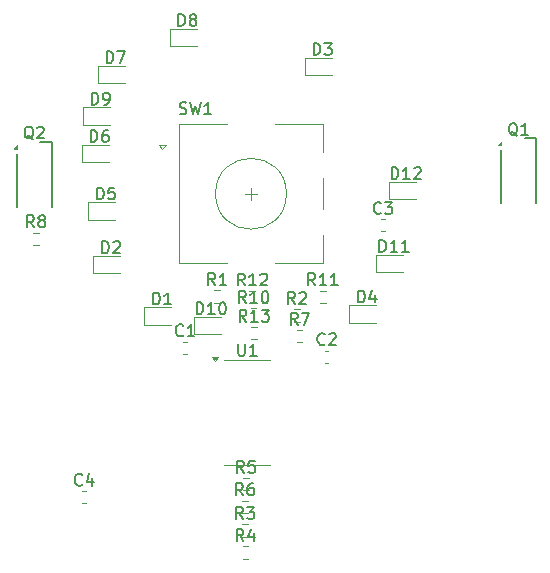
<source format=gbr>
%TF.GenerationSoftware,KiCad,Pcbnew,8.0.8*%
%TF.CreationDate,2025-01-22T11:30:49-06:00*%
%TF.ProjectId,B-Sides 2025,422d5369-6465-4732-9032-3032352e6b69,rev?*%
%TF.SameCoordinates,Original*%
%TF.FileFunction,Legend,Top*%
%TF.FilePolarity,Positive*%
%FSLAX46Y46*%
G04 Gerber Fmt 4.6, Leading zero omitted, Abs format (unit mm)*
G04 Created by KiCad (PCBNEW 8.0.8) date 2025-01-22 11:30:49*
%MOMM*%
%LPD*%
G01*
G04 APERTURE LIST*
%ADD10C,0.150000*%
%ADD11C,0.120000*%
G04 APERTURE END LIST*
D10*
X159938095Y-91562319D02*
X159938095Y-92371842D01*
X159938095Y-92371842D02*
X159985714Y-92467080D01*
X159985714Y-92467080D02*
X160033333Y-92514700D01*
X160033333Y-92514700D02*
X160128571Y-92562319D01*
X160128571Y-92562319D02*
X160319047Y-92562319D01*
X160319047Y-92562319D02*
X160414285Y-92514700D01*
X160414285Y-92514700D02*
X160461904Y-92467080D01*
X160461904Y-92467080D02*
X160509523Y-92371842D01*
X160509523Y-92371842D02*
X160509523Y-91562319D01*
X161509523Y-92562319D02*
X160938095Y-92562319D01*
X161223809Y-92562319D02*
X161223809Y-91562319D01*
X161223809Y-91562319D02*
X161128571Y-91705176D01*
X161128571Y-91705176D02*
X161033333Y-91800414D01*
X161033333Y-91800414D02*
X160938095Y-91848033D01*
X154996667Y-72057200D02*
X155139524Y-72104819D01*
X155139524Y-72104819D02*
X155377619Y-72104819D01*
X155377619Y-72104819D02*
X155472857Y-72057200D01*
X155472857Y-72057200D02*
X155520476Y-72009580D01*
X155520476Y-72009580D02*
X155568095Y-71914342D01*
X155568095Y-71914342D02*
X155568095Y-71819104D01*
X155568095Y-71819104D02*
X155520476Y-71723866D01*
X155520476Y-71723866D02*
X155472857Y-71676247D01*
X155472857Y-71676247D02*
X155377619Y-71628628D01*
X155377619Y-71628628D02*
X155187143Y-71581009D01*
X155187143Y-71581009D02*
X155091905Y-71533390D01*
X155091905Y-71533390D02*
X155044286Y-71485771D01*
X155044286Y-71485771D02*
X154996667Y-71390533D01*
X154996667Y-71390533D02*
X154996667Y-71295295D01*
X154996667Y-71295295D02*
X155044286Y-71200057D01*
X155044286Y-71200057D02*
X155091905Y-71152438D01*
X155091905Y-71152438D02*
X155187143Y-71104819D01*
X155187143Y-71104819D02*
X155425238Y-71104819D01*
X155425238Y-71104819D02*
X155568095Y-71152438D01*
X155901429Y-71104819D02*
X156139524Y-72104819D01*
X156139524Y-72104819D02*
X156330000Y-71390533D01*
X156330000Y-71390533D02*
X156520476Y-72104819D01*
X156520476Y-72104819D02*
X156758572Y-71104819D01*
X157663333Y-72104819D02*
X157091905Y-72104819D01*
X157377619Y-72104819D02*
X157377619Y-71104819D01*
X157377619Y-71104819D02*
X157282381Y-71247676D01*
X157282381Y-71247676D02*
X157187143Y-71342914D01*
X157187143Y-71342914D02*
X157091905Y-71390533D01*
X160642142Y-89674819D02*
X160308809Y-89198628D01*
X160070714Y-89674819D02*
X160070714Y-88674819D01*
X160070714Y-88674819D02*
X160451666Y-88674819D01*
X160451666Y-88674819D02*
X160546904Y-88722438D01*
X160546904Y-88722438D02*
X160594523Y-88770057D01*
X160594523Y-88770057D02*
X160642142Y-88865295D01*
X160642142Y-88865295D02*
X160642142Y-89008152D01*
X160642142Y-89008152D02*
X160594523Y-89103390D01*
X160594523Y-89103390D02*
X160546904Y-89151009D01*
X160546904Y-89151009D02*
X160451666Y-89198628D01*
X160451666Y-89198628D02*
X160070714Y-89198628D01*
X161594523Y-89674819D02*
X161023095Y-89674819D01*
X161308809Y-89674819D02*
X161308809Y-88674819D01*
X161308809Y-88674819D02*
X161213571Y-88817676D01*
X161213571Y-88817676D02*
X161118333Y-88912914D01*
X161118333Y-88912914D02*
X161023095Y-88960533D01*
X161927857Y-88674819D02*
X162546904Y-88674819D01*
X162546904Y-88674819D02*
X162213571Y-89055771D01*
X162213571Y-89055771D02*
X162356428Y-89055771D01*
X162356428Y-89055771D02*
X162451666Y-89103390D01*
X162451666Y-89103390D02*
X162499285Y-89151009D01*
X162499285Y-89151009D02*
X162546904Y-89246247D01*
X162546904Y-89246247D02*
X162546904Y-89484342D01*
X162546904Y-89484342D02*
X162499285Y-89579580D01*
X162499285Y-89579580D02*
X162451666Y-89627200D01*
X162451666Y-89627200D02*
X162356428Y-89674819D01*
X162356428Y-89674819D02*
X162070714Y-89674819D01*
X162070714Y-89674819D02*
X161975476Y-89627200D01*
X161975476Y-89627200D02*
X161927857Y-89579580D01*
X160497142Y-86614819D02*
X160163809Y-86138628D01*
X159925714Y-86614819D02*
X159925714Y-85614819D01*
X159925714Y-85614819D02*
X160306666Y-85614819D01*
X160306666Y-85614819D02*
X160401904Y-85662438D01*
X160401904Y-85662438D02*
X160449523Y-85710057D01*
X160449523Y-85710057D02*
X160497142Y-85805295D01*
X160497142Y-85805295D02*
X160497142Y-85948152D01*
X160497142Y-85948152D02*
X160449523Y-86043390D01*
X160449523Y-86043390D02*
X160401904Y-86091009D01*
X160401904Y-86091009D02*
X160306666Y-86138628D01*
X160306666Y-86138628D02*
X159925714Y-86138628D01*
X161449523Y-86614819D02*
X160878095Y-86614819D01*
X161163809Y-86614819D02*
X161163809Y-85614819D01*
X161163809Y-85614819D02*
X161068571Y-85757676D01*
X161068571Y-85757676D02*
X160973333Y-85852914D01*
X160973333Y-85852914D02*
X160878095Y-85900533D01*
X161830476Y-85710057D02*
X161878095Y-85662438D01*
X161878095Y-85662438D02*
X161973333Y-85614819D01*
X161973333Y-85614819D02*
X162211428Y-85614819D01*
X162211428Y-85614819D02*
X162306666Y-85662438D01*
X162306666Y-85662438D02*
X162354285Y-85710057D01*
X162354285Y-85710057D02*
X162401904Y-85805295D01*
X162401904Y-85805295D02*
X162401904Y-85900533D01*
X162401904Y-85900533D02*
X162354285Y-86043390D01*
X162354285Y-86043390D02*
X161782857Y-86614819D01*
X161782857Y-86614819D02*
X162401904Y-86614819D01*
X166467142Y-86594819D02*
X166133809Y-86118628D01*
X165895714Y-86594819D02*
X165895714Y-85594819D01*
X165895714Y-85594819D02*
X166276666Y-85594819D01*
X166276666Y-85594819D02*
X166371904Y-85642438D01*
X166371904Y-85642438D02*
X166419523Y-85690057D01*
X166419523Y-85690057D02*
X166467142Y-85785295D01*
X166467142Y-85785295D02*
X166467142Y-85928152D01*
X166467142Y-85928152D02*
X166419523Y-86023390D01*
X166419523Y-86023390D02*
X166371904Y-86071009D01*
X166371904Y-86071009D02*
X166276666Y-86118628D01*
X166276666Y-86118628D02*
X165895714Y-86118628D01*
X167419523Y-86594819D02*
X166848095Y-86594819D01*
X167133809Y-86594819D02*
X167133809Y-85594819D01*
X167133809Y-85594819D02*
X167038571Y-85737676D01*
X167038571Y-85737676D02*
X166943333Y-85832914D01*
X166943333Y-85832914D02*
X166848095Y-85880533D01*
X168371904Y-86594819D02*
X167800476Y-86594819D01*
X168086190Y-86594819D02*
X168086190Y-85594819D01*
X168086190Y-85594819D02*
X167990952Y-85737676D01*
X167990952Y-85737676D02*
X167895714Y-85832914D01*
X167895714Y-85832914D02*
X167800476Y-85880533D01*
X160597142Y-88104819D02*
X160263809Y-87628628D01*
X160025714Y-88104819D02*
X160025714Y-87104819D01*
X160025714Y-87104819D02*
X160406666Y-87104819D01*
X160406666Y-87104819D02*
X160501904Y-87152438D01*
X160501904Y-87152438D02*
X160549523Y-87200057D01*
X160549523Y-87200057D02*
X160597142Y-87295295D01*
X160597142Y-87295295D02*
X160597142Y-87438152D01*
X160597142Y-87438152D02*
X160549523Y-87533390D01*
X160549523Y-87533390D02*
X160501904Y-87581009D01*
X160501904Y-87581009D02*
X160406666Y-87628628D01*
X160406666Y-87628628D02*
X160025714Y-87628628D01*
X161549523Y-88104819D02*
X160978095Y-88104819D01*
X161263809Y-88104819D02*
X161263809Y-87104819D01*
X161263809Y-87104819D02*
X161168571Y-87247676D01*
X161168571Y-87247676D02*
X161073333Y-87342914D01*
X161073333Y-87342914D02*
X160978095Y-87390533D01*
X162168571Y-87104819D02*
X162263809Y-87104819D01*
X162263809Y-87104819D02*
X162359047Y-87152438D01*
X162359047Y-87152438D02*
X162406666Y-87200057D01*
X162406666Y-87200057D02*
X162454285Y-87295295D01*
X162454285Y-87295295D02*
X162501904Y-87485771D01*
X162501904Y-87485771D02*
X162501904Y-87723866D01*
X162501904Y-87723866D02*
X162454285Y-87914342D01*
X162454285Y-87914342D02*
X162406666Y-88009580D01*
X162406666Y-88009580D02*
X162359047Y-88057200D01*
X162359047Y-88057200D02*
X162263809Y-88104819D01*
X162263809Y-88104819D02*
X162168571Y-88104819D01*
X162168571Y-88104819D02*
X162073333Y-88057200D01*
X162073333Y-88057200D02*
X162025714Y-88009580D01*
X162025714Y-88009580D02*
X161978095Y-87914342D01*
X161978095Y-87914342D02*
X161930476Y-87723866D01*
X161930476Y-87723866D02*
X161930476Y-87485771D01*
X161930476Y-87485771D02*
X161978095Y-87295295D01*
X161978095Y-87295295D02*
X162025714Y-87200057D01*
X162025714Y-87200057D02*
X162073333Y-87152438D01*
X162073333Y-87152438D02*
X162168571Y-87104819D01*
X142653333Y-81684819D02*
X142320000Y-81208628D01*
X142081905Y-81684819D02*
X142081905Y-80684819D01*
X142081905Y-80684819D02*
X142462857Y-80684819D01*
X142462857Y-80684819D02*
X142558095Y-80732438D01*
X142558095Y-80732438D02*
X142605714Y-80780057D01*
X142605714Y-80780057D02*
X142653333Y-80875295D01*
X142653333Y-80875295D02*
X142653333Y-81018152D01*
X142653333Y-81018152D02*
X142605714Y-81113390D01*
X142605714Y-81113390D02*
X142558095Y-81161009D01*
X142558095Y-81161009D02*
X142462857Y-81208628D01*
X142462857Y-81208628D02*
X142081905Y-81208628D01*
X143224762Y-81113390D02*
X143129524Y-81065771D01*
X143129524Y-81065771D02*
X143081905Y-81018152D01*
X143081905Y-81018152D02*
X143034286Y-80922914D01*
X143034286Y-80922914D02*
X143034286Y-80875295D01*
X143034286Y-80875295D02*
X143081905Y-80780057D01*
X143081905Y-80780057D02*
X143129524Y-80732438D01*
X143129524Y-80732438D02*
X143224762Y-80684819D01*
X143224762Y-80684819D02*
X143415238Y-80684819D01*
X143415238Y-80684819D02*
X143510476Y-80732438D01*
X143510476Y-80732438D02*
X143558095Y-80780057D01*
X143558095Y-80780057D02*
X143605714Y-80875295D01*
X143605714Y-80875295D02*
X143605714Y-80922914D01*
X143605714Y-80922914D02*
X143558095Y-81018152D01*
X143558095Y-81018152D02*
X143510476Y-81065771D01*
X143510476Y-81065771D02*
X143415238Y-81113390D01*
X143415238Y-81113390D02*
X143224762Y-81113390D01*
X143224762Y-81113390D02*
X143129524Y-81161009D01*
X143129524Y-81161009D02*
X143081905Y-81208628D01*
X143081905Y-81208628D02*
X143034286Y-81303866D01*
X143034286Y-81303866D02*
X143034286Y-81494342D01*
X143034286Y-81494342D02*
X143081905Y-81589580D01*
X143081905Y-81589580D02*
X143129524Y-81637200D01*
X143129524Y-81637200D02*
X143224762Y-81684819D01*
X143224762Y-81684819D02*
X143415238Y-81684819D01*
X143415238Y-81684819D02*
X143510476Y-81637200D01*
X143510476Y-81637200D02*
X143558095Y-81589580D01*
X143558095Y-81589580D02*
X143605714Y-81494342D01*
X143605714Y-81494342D02*
X143605714Y-81303866D01*
X143605714Y-81303866D02*
X143558095Y-81208628D01*
X143558095Y-81208628D02*
X143510476Y-81161009D01*
X143510476Y-81161009D02*
X143415238Y-81113390D01*
X164983333Y-89934819D02*
X164650000Y-89458628D01*
X164411905Y-89934819D02*
X164411905Y-88934819D01*
X164411905Y-88934819D02*
X164792857Y-88934819D01*
X164792857Y-88934819D02*
X164888095Y-88982438D01*
X164888095Y-88982438D02*
X164935714Y-89030057D01*
X164935714Y-89030057D02*
X164983333Y-89125295D01*
X164983333Y-89125295D02*
X164983333Y-89268152D01*
X164983333Y-89268152D02*
X164935714Y-89363390D01*
X164935714Y-89363390D02*
X164888095Y-89411009D01*
X164888095Y-89411009D02*
X164792857Y-89458628D01*
X164792857Y-89458628D02*
X164411905Y-89458628D01*
X165316667Y-88934819D02*
X165983333Y-88934819D01*
X165983333Y-88934819D02*
X165554762Y-89934819D01*
X160353333Y-104374819D02*
X160020000Y-103898628D01*
X159781905Y-104374819D02*
X159781905Y-103374819D01*
X159781905Y-103374819D02*
X160162857Y-103374819D01*
X160162857Y-103374819D02*
X160258095Y-103422438D01*
X160258095Y-103422438D02*
X160305714Y-103470057D01*
X160305714Y-103470057D02*
X160353333Y-103565295D01*
X160353333Y-103565295D02*
X160353333Y-103708152D01*
X160353333Y-103708152D02*
X160305714Y-103803390D01*
X160305714Y-103803390D02*
X160258095Y-103851009D01*
X160258095Y-103851009D02*
X160162857Y-103898628D01*
X160162857Y-103898628D02*
X159781905Y-103898628D01*
X161210476Y-103374819D02*
X161020000Y-103374819D01*
X161020000Y-103374819D02*
X160924762Y-103422438D01*
X160924762Y-103422438D02*
X160877143Y-103470057D01*
X160877143Y-103470057D02*
X160781905Y-103612914D01*
X160781905Y-103612914D02*
X160734286Y-103803390D01*
X160734286Y-103803390D02*
X160734286Y-104184342D01*
X160734286Y-104184342D02*
X160781905Y-104279580D01*
X160781905Y-104279580D02*
X160829524Y-104327200D01*
X160829524Y-104327200D02*
X160924762Y-104374819D01*
X160924762Y-104374819D02*
X161115238Y-104374819D01*
X161115238Y-104374819D02*
X161210476Y-104327200D01*
X161210476Y-104327200D02*
X161258095Y-104279580D01*
X161258095Y-104279580D02*
X161305714Y-104184342D01*
X161305714Y-104184342D02*
X161305714Y-103946247D01*
X161305714Y-103946247D02*
X161258095Y-103851009D01*
X161258095Y-103851009D02*
X161210476Y-103803390D01*
X161210476Y-103803390D02*
X161115238Y-103755771D01*
X161115238Y-103755771D02*
X160924762Y-103755771D01*
X160924762Y-103755771D02*
X160829524Y-103803390D01*
X160829524Y-103803390D02*
X160781905Y-103851009D01*
X160781905Y-103851009D02*
X160734286Y-103946247D01*
X160423333Y-102464819D02*
X160090000Y-101988628D01*
X159851905Y-102464819D02*
X159851905Y-101464819D01*
X159851905Y-101464819D02*
X160232857Y-101464819D01*
X160232857Y-101464819D02*
X160328095Y-101512438D01*
X160328095Y-101512438D02*
X160375714Y-101560057D01*
X160375714Y-101560057D02*
X160423333Y-101655295D01*
X160423333Y-101655295D02*
X160423333Y-101798152D01*
X160423333Y-101798152D02*
X160375714Y-101893390D01*
X160375714Y-101893390D02*
X160328095Y-101941009D01*
X160328095Y-101941009D02*
X160232857Y-101988628D01*
X160232857Y-101988628D02*
X159851905Y-101988628D01*
X161328095Y-101464819D02*
X160851905Y-101464819D01*
X160851905Y-101464819D02*
X160804286Y-101941009D01*
X160804286Y-101941009D02*
X160851905Y-101893390D01*
X160851905Y-101893390D02*
X160947143Y-101845771D01*
X160947143Y-101845771D02*
X161185238Y-101845771D01*
X161185238Y-101845771D02*
X161280476Y-101893390D01*
X161280476Y-101893390D02*
X161328095Y-101941009D01*
X161328095Y-101941009D02*
X161375714Y-102036247D01*
X161375714Y-102036247D02*
X161375714Y-102274342D01*
X161375714Y-102274342D02*
X161328095Y-102369580D01*
X161328095Y-102369580D02*
X161280476Y-102417200D01*
X161280476Y-102417200D02*
X161185238Y-102464819D01*
X161185238Y-102464819D02*
X160947143Y-102464819D01*
X160947143Y-102464819D02*
X160851905Y-102417200D01*
X160851905Y-102417200D02*
X160804286Y-102369580D01*
X160393333Y-108244819D02*
X160060000Y-107768628D01*
X159821905Y-108244819D02*
X159821905Y-107244819D01*
X159821905Y-107244819D02*
X160202857Y-107244819D01*
X160202857Y-107244819D02*
X160298095Y-107292438D01*
X160298095Y-107292438D02*
X160345714Y-107340057D01*
X160345714Y-107340057D02*
X160393333Y-107435295D01*
X160393333Y-107435295D02*
X160393333Y-107578152D01*
X160393333Y-107578152D02*
X160345714Y-107673390D01*
X160345714Y-107673390D02*
X160298095Y-107721009D01*
X160298095Y-107721009D02*
X160202857Y-107768628D01*
X160202857Y-107768628D02*
X159821905Y-107768628D01*
X161250476Y-107578152D02*
X161250476Y-108244819D01*
X161012381Y-107197200D02*
X160774286Y-107911485D01*
X160774286Y-107911485D02*
X161393333Y-107911485D01*
X160353333Y-106384819D02*
X160020000Y-105908628D01*
X159781905Y-106384819D02*
X159781905Y-105384819D01*
X159781905Y-105384819D02*
X160162857Y-105384819D01*
X160162857Y-105384819D02*
X160258095Y-105432438D01*
X160258095Y-105432438D02*
X160305714Y-105480057D01*
X160305714Y-105480057D02*
X160353333Y-105575295D01*
X160353333Y-105575295D02*
X160353333Y-105718152D01*
X160353333Y-105718152D02*
X160305714Y-105813390D01*
X160305714Y-105813390D02*
X160258095Y-105861009D01*
X160258095Y-105861009D02*
X160162857Y-105908628D01*
X160162857Y-105908628D02*
X159781905Y-105908628D01*
X160686667Y-105384819D02*
X161305714Y-105384819D01*
X161305714Y-105384819D02*
X160972381Y-105765771D01*
X160972381Y-105765771D02*
X161115238Y-105765771D01*
X161115238Y-105765771D02*
X161210476Y-105813390D01*
X161210476Y-105813390D02*
X161258095Y-105861009D01*
X161258095Y-105861009D02*
X161305714Y-105956247D01*
X161305714Y-105956247D02*
X161305714Y-106194342D01*
X161305714Y-106194342D02*
X161258095Y-106289580D01*
X161258095Y-106289580D02*
X161210476Y-106337200D01*
X161210476Y-106337200D02*
X161115238Y-106384819D01*
X161115238Y-106384819D02*
X160829524Y-106384819D01*
X160829524Y-106384819D02*
X160734286Y-106337200D01*
X160734286Y-106337200D02*
X160686667Y-106289580D01*
X164743333Y-88174819D02*
X164410000Y-87698628D01*
X164171905Y-88174819D02*
X164171905Y-87174819D01*
X164171905Y-87174819D02*
X164552857Y-87174819D01*
X164552857Y-87174819D02*
X164648095Y-87222438D01*
X164648095Y-87222438D02*
X164695714Y-87270057D01*
X164695714Y-87270057D02*
X164743333Y-87365295D01*
X164743333Y-87365295D02*
X164743333Y-87508152D01*
X164743333Y-87508152D02*
X164695714Y-87603390D01*
X164695714Y-87603390D02*
X164648095Y-87651009D01*
X164648095Y-87651009D02*
X164552857Y-87698628D01*
X164552857Y-87698628D02*
X164171905Y-87698628D01*
X165124286Y-87270057D02*
X165171905Y-87222438D01*
X165171905Y-87222438D02*
X165267143Y-87174819D01*
X165267143Y-87174819D02*
X165505238Y-87174819D01*
X165505238Y-87174819D02*
X165600476Y-87222438D01*
X165600476Y-87222438D02*
X165648095Y-87270057D01*
X165648095Y-87270057D02*
X165695714Y-87365295D01*
X165695714Y-87365295D02*
X165695714Y-87460533D01*
X165695714Y-87460533D02*
X165648095Y-87603390D01*
X165648095Y-87603390D02*
X165076667Y-88174819D01*
X165076667Y-88174819D02*
X165695714Y-88174819D01*
X158003333Y-86584819D02*
X157670000Y-86108628D01*
X157431905Y-86584819D02*
X157431905Y-85584819D01*
X157431905Y-85584819D02*
X157812857Y-85584819D01*
X157812857Y-85584819D02*
X157908095Y-85632438D01*
X157908095Y-85632438D02*
X157955714Y-85680057D01*
X157955714Y-85680057D02*
X158003333Y-85775295D01*
X158003333Y-85775295D02*
X158003333Y-85918152D01*
X158003333Y-85918152D02*
X157955714Y-86013390D01*
X157955714Y-86013390D02*
X157908095Y-86061009D01*
X157908095Y-86061009D02*
X157812857Y-86108628D01*
X157812857Y-86108628D02*
X157431905Y-86108628D01*
X158955714Y-86584819D02*
X158384286Y-86584819D01*
X158670000Y-86584819D02*
X158670000Y-85584819D01*
X158670000Y-85584819D02*
X158574762Y-85727676D01*
X158574762Y-85727676D02*
X158479524Y-85822914D01*
X158479524Y-85822914D02*
X158384286Y-85870533D01*
X142604761Y-74254057D02*
X142509523Y-74206438D01*
X142509523Y-74206438D02*
X142414285Y-74111200D01*
X142414285Y-74111200D02*
X142271428Y-73968342D01*
X142271428Y-73968342D02*
X142176190Y-73920723D01*
X142176190Y-73920723D02*
X142080952Y-73920723D01*
X142128571Y-74158819D02*
X142033333Y-74111200D01*
X142033333Y-74111200D02*
X141938095Y-74015961D01*
X141938095Y-74015961D02*
X141890476Y-73825485D01*
X141890476Y-73825485D02*
X141890476Y-73492152D01*
X141890476Y-73492152D02*
X141938095Y-73301676D01*
X141938095Y-73301676D02*
X142033333Y-73206438D01*
X142033333Y-73206438D02*
X142128571Y-73158819D01*
X142128571Y-73158819D02*
X142319047Y-73158819D01*
X142319047Y-73158819D02*
X142414285Y-73206438D01*
X142414285Y-73206438D02*
X142509523Y-73301676D01*
X142509523Y-73301676D02*
X142557142Y-73492152D01*
X142557142Y-73492152D02*
X142557142Y-73825485D01*
X142557142Y-73825485D02*
X142509523Y-74015961D01*
X142509523Y-74015961D02*
X142414285Y-74111200D01*
X142414285Y-74111200D02*
X142319047Y-74158819D01*
X142319047Y-74158819D02*
X142128571Y-74158819D01*
X142938095Y-73254057D02*
X142985714Y-73206438D01*
X142985714Y-73206438D02*
X143080952Y-73158819D01*
X143080952Y-73158819D02*
X143319047Y-73158819D01*
X143319047Y-73158819D02*
X143414285Y-73206438D01*
X143414285Y-73206438D02*
X143461904Y-73254057D01*
X143461904Y-73254057D02*
X143509523Y-73349295D01*
X143509523Y-73349295D02*
X143509523Y-73444533D01*
X143509523Y-73444533D02*
X143461904Y-73587390D01*
X143461904Y-73587390D02*
X142890476Y-74158819D01*
X142890476Y-74158819D02*
X143509523Y-74158819D01*
X183594761Y-73964057D02*
X183499523Y-73916438D01*
X183499523Y-73916438D02*
X183404285Y-73821200D01*
X183404285Y-73821200D02*
X183261428Y-73678342D01*
X183261428Y-73678342D02*
X183166190Y-73630723D01*
X183166190Y-73630723D02*
X183070952Y-73630723D01*
X183118571Y-73868819D02*
X183023333Y-73821200D01*
X183023333Y-73821200D02*
X182928095Y-73725961D01*
X182928095Y-73725961D02*
X182880476Y-73535485D01*
X182880476Y-73535485D02*
X182880476Y-73202152D01*
X182880476Y-73202152D02*
X182928095Y-73011676D01*
X182928095Y-73011676D02*
X183023333Y-72916438D01*
X183023333Y-72916438D02*
X183118571Y-72868819D01*
X183118571Y-72868819D02*
X183309047Y-72868819D01*
X183309047Y-72868819D02*
X183404285Y-72916438D01*
X183404285Y-72916438D02*
X183499523Y-73011676D01*
X183499523Y-73011676D02*
X183547142Y-73202152D01*
X183547142Y-73202152D02*
X183547142Y-73535485D01*
X183547142Y-73535485D02*
X183499523Y-73725961D01*
X183499523Y-73725961D02*
X183404285Y-73821200D01*
X183404285Y-73821200D02*
X183309047Y-73868819D01*
X183309047Y-73868819D02*
X183118571Y-73868819D01*
X184499523Y-73868819D02*
X183928095Y-73868819D01*
X184213809Y-73868819D02*
X184213809Y-72868819D01*
X184213809Y-72868819D02*
X184118571Y-73011676D01*
X184118571Y-73011676D02*
X184023333Y-73106914D01*
X184023333Y-73106914D02*
X183928095Y-73154533D01*
X172945714Y-77614819D02*
X172945714Y-76614819D01*
X172945714Y-76614819D02*
X173183809Y-76614819D01*
X173183809Y-76614819D02*
X173326666Y-76662438D01*
X173326666Y-76662438D02*
X173421904Y-76757676D01*
X173421904Y-76757676D02*
X173469523Y-76852914D01*
X173469523Y-76852914D02*
X173517142Y-77043390D01*
X173517142Y-77043390D02*
X173517142Y-77186247D01*
X173517142Y-77186247D02*
X173469523Y-77376723D01*
X173469523Y-77376723D02*
X173421904Y-77471961D01*
X173421904Y-77471961D02*
X173326666Y-77567200D01*
X173326666Y-77567200D02*
X173183809Y-77614819D01*
X173183809Y-77614819D02*
X172945714Y-77614819D01*
X174469523Y-77614819D02*
X173898095Y-77614819D01*
X174183809Y-77614819D02*
X174183809Y-76614819D01*
X174183809Y-76614819D02*
X174088571Y-76757676D01*
X174088571Y-76757676D02*
X173993333Y-76852914D01*
X173993333Y-76852914D02*
X173898095Y-76900533D01*
X174850476Y-76710057D02*
X174898095Y-76662438D01*
X174898095Y-76662438D02*
X174993333Y-76614819D01*
X174993333Y-76614819D02*
X175231428Y-76614819D01*
X175231428Y-76614819D02*
X175326666Y-76662438D01*
X175326666Y-76662438D02*
X175374285Y-76710057D01*
X175374285Y-76710057D02*
X175421904Y-76805295D01*
X175421904Y-76805295D02*
X175421904Y-76900533D01*
X175421904Y-76900533D02*
X175374285Y-77043390D01*
X175374285Y-77043390D02*
X174802857Y-77614819D01*
X174802857Y-77614819D02*
X175421904Y-77614819D01*
X171895714Y-83774819D02*
X171895714Y-82774819D01*
X171895714Y-82774819D02*
X172133809Y-82774819D01*
X172133809Y-82774819D02*
X172276666Y-82822438D01*
X172276666Y-82822438D02*
X172371904Y-82917676D01*
X172371904Y-82917676D02*
X172419523Y-83012914D01*
X172419523Y-83012914D02*
X172467142Y-83203390D01*
X172467142Y-83203390D02*
X172467142Y-83346247D01*
X172467142Y-83346247D02*
X172419523Y-83536723D01*
X172419523Y-83536723D02*
X172371904Y-83631961D01*
X172371904Y-83631961D02*
X172276666Y-83727200D01*
X172276666Y-83727200D02*
X172133809Y-83774819D01*
X172133809Y-83774819D02*
X171895714Y-83774819D01*
X173419523Y-83774819D02*
X172848095Y-83774819D01*
X173133809Y-83774819D02*
X173133809Y-82774819D01*
X173133809Y-82774819D02*
X173038571Y-82917676D01*
X173038571Y-82917676D02*
X172943333Y-83012914D01*
X172943333Y-83012914D02*
X172848095Y-83060533D01*
X174371904Y-83774819D02*
X173800476Y-83774819D01*
X174086190Y-83774819D02*
X174086190Y-82774819D01*
X174086190Y-82774819D02*
X173990952Y-82917676D01*
X173990952Y-82917676D02*
X173895714Y-83012914D01*
X173895714Y-83012914D02*
X173800476Y-83060533D01*
X156435714Y-89044819D02*
X156435714Y-88044819D01*
X156435714Y-88044819D02*
X156673809Y-88044819D01*
X156673809Y-88044819D02*
X156816666Y-88092438D01*
X156816666Y-88092438D02*
X156911904Y-88187676D01*
X156911904Y-88187676D02*
X156959523Y-88282914D01*
X156959523Y-88282914D02*
X157007142Y-88473390D01*
X157007142Y-88473390D02*
X157007142Y-88616247D01*
X157007142Y-88616247D02*
X156959523Y-88806723D01*
X156959523Y-88806723D02*
X156911904Y-88901961D01*
X156911904Y-88901961D02*
X156816666Y-88997200D01*
X156816666Y-88997200D02*
X156673809Y-89044819D01*
X156673809Y-89044819D02*
X156435714Y-89044819D01*
X157959523Y-89044819D02*
X157388095Y-89044819D01*
X157673809Y-89044819D02*
X157673809Y-88044819D01*
X157673809Y-88044819D02*
X157578571Y-88187676D01*
X157578571Y-88187676D02*
X157483333Y-88282914D01*
X157483333Y-88282914D02*
X157388095Y-88330533D01*
X158578571Y-88044819D02*
X158673809Y-88044819D01*
X158673809Y-88044819D02*
X158769047Y-88092438D01*
X158769047Y-88092438D02*
X158816666Y-88140057D01*
X158816666Y-88140057D02*
X158864285Y-88235295D01*
X158864285Y-88235295D02*
X158911904Y-88425771D01*
X158911904Y-88425771D02*
X158911904Y-88663866D01*
X158911904Y-88663866D02*
X158864285Y-88854342D01*
X158864285Y-88854342D02*
X158816666Y-88949580D01*
X158816666Y-88949580D02*
X158769047Y-88997200D01*
X158769047Y-88997200D02*
X158673809Y-89044819D01*
X158673809Y-89044819D02*
X158578571Y-89044819D01*
X158578571Y-89044819D02*
X158483333Y-88997200D01*
X158483333Y-88997200D02*
X158435714Y-88949580D01*
X158435714Y-88949580D02*
X158388095Y-88854342D01*
X158388095Y-88854342D02*
X158340476Y-88663866D01*
X158340476Y-88663866D02*
X158340476Y-88425771D01*
X158340476Y-88425771D02*
X158388095Y-88235295D01*
X158388095Y-88235295D02*
X158435714Y-88140057D01*
X158435714Y-88140057D02*
X158483333Y-88092438D01*
X158483333Y-88092438D02*
X158578571Y-88044819D01*
X147531905Y-71294819D02*
X147531905Y-70294819D01*
X147531905Y-70294819D02*
X147770000Y-70294819D01*
X147770000Y-70294819D02*
X147912857Y-70342438D01*
X147912857Y-70342438D02*
X148008095Y-70437676D01*
X148008095Y-70437676D02*
X148055714Y-70532914D01*
X148055714Y-70532914D02*
X148103333Y-70723390D01*
X148103333Y-70723390D02*
X148103333Y-70866247D01*
X148103333Y-70866247D02*
X148055714Y-71056723D01*
X148055714Y-71056723D02*
X148008095Y-71151961D01*
X148008095Y-71151961D02*
X147912857Y-71247200D01*
X147912857Y-71247200D02*
X147770000Y-71294819D01*
X147770000Y-71294819D02*
X147531905Y-71294819D01*
X148579524Y-71294819D02*
X148770000Y-71294819D01*
X148770000Y-71294819D02*
X148865238Y-71247200D01*
X148865238Y-71247200D02*
X148912857Y-71199580D01*
X148912857Y-71199580D02*
X149008095Y-71056723D01*
X149008095Y-71056723D02*
X149055714Y-70866247D01*
X149055714Y-70866247D02*
X149055714Y-70485295D01*
X149055714Y-70485295D02*
X149008095Y-70390057D01*
X149008095Y-70390057D02*
X148960476Y-70342438D01*
X148960476Y-70342438D02*
X148865238Y-70294819D01*
X148865238Y-70294819D02*
X148674762Y-70294819D01*
X148674762Y-70294819D02*
X148579524Y-70342438D01*
X148579524Y-70342438D02*
X148531905Y-70390057D01*
X148531905Y-70390057D02*
X148484286Y-70485295D01*
X148484286Y-70485295D02*
X148484286Y-70723390D01*
X148484286Y-70723390D02*
X148531905Y-70818628D01*
X148531905Y-70818628D02*
X148579524Y-70866247D01*
X148579524Y-70866247D02*
X148674762Y-70913866D01*
X148674762Y-70913866D02*
X148865238Y-70913866D01*
X148865238Y-70913866D02*
X148960476Y-70866247D01*
X148960476Y-70866247D02*
X149008095Y-70818628D01*
X149008095Y-70818628D02*
X149055714Y-70723390D01*
X154891905Y-64644819D02*
X154891905Y-63644819D01*
X154891905Y-63644819D02*
X155130000Y-63644819D01*
X155130000Y-63644819D02*
X155272857Y-63692438D01*
X155272857Y-63692438D02*
X155368095Y-63787676D01*
X155368095Y-63787676D02*
X155415714Y-63882914D01*
X155415714Y-63882914D02*
X155463333Y-64073390D01*
X155463333Y-64073390D02*
X155463333Y-64216247D01*
X155463333Y-64216247D02*
X155415714Y-64406723D01*
X155415714Y-64406723D02*
X155368095Y-64501961D01*
X155368095Y-64501961D02*
X155272857Y-64597200D01*
X155272857Y-64597200D02*
X155130000Y-64644819D01*
X155130000Y-64644819D02*
X154891905Y-64644819D01*
X156034762Y-64073390D02*
X155939524Y-64025771D01*
X155939524Y-64025771D02*
X155891905Y-63978152D01*
X155891905Y-63978152D02*
X155844286Y-63882914D01*
X155844286Y-63882914D02*
X155844286Y-63835295D01*
X155844286Y-63835295D02*
X155891905Y-63740057D01*
X155891905Y-63740057D02*
X155939524Y-63692438D01*
X155939524Y-63692438D02*
X156034762Y-63644819D01*
X156034762Y-63644819D02*
X156225238Y-63644819D01*
X156225238Y-63644819D02*
X156320476Y-63692438D01*
X156320476Y-63692438D02*
X156368095Y-63740057D01*
X156368095Y-63740057D02*
X156415714Y-63835295D01*
X156415714Y-63835295D02*
X156415714Y-63882914D01*
X156415714Y-63882914D02*
X156368095Y-63978152D01*
X156368095Y-63978152D02*
X156320476Y-64025771D01*
X156320476Y-64025771D02*
X156225238Y-64073390D01*
X156225238Y-64073390D02*
X156034762Y-64073390D01*
X156034762Y-64073390D02*
X155939524Y-64121009D01*
X155939524Y-64121009D02*
X155891905Y-64168628D01*
X155891905Y-64168628D02*
X155844286Y-64263866D01*
X155844286Y-64263866D02*
X155844286Y-64454342D01*
X155844286Y-64454342D02*
X155891905Y-64549580D01*
X155891905Y-64549580D02*
X155939524Y-64597200D01*
X155939524Y-64597200D02*
X156034762Y-64644819D01*
X156034762Y-64644819D02*
X156225238Y-64644819D01*
X156225238Y-64644819D02*
X156320476Y-64597200D01*
X156320476Y-64597200D02*
X156368095Y-64549580D01*
X156368095Y-64549580D02*
X156415714Y-64454342D01*
X156415714Y-64454342D02*
X156415714Y-64263866D01*
X156415714Y-64263866D02*
X156368095Y-64168628D01*
X156368095Y-64168628D02*
X156320476Y-64121009D01*
X156320476Y-64121009D02*
X156225238Y-64073390D01*
X148811905Y-67784819D02*
X148811905Y-66784819D01*
X148811905Y-66784819D02*
X149050000Y-66784819D01*
X149050000Y-66784819D02*
X149192857Y-66832438D01*
X149192857Y-66832438D02*
X149288095Y-66927676D01*
X149288095Y-66927676D02*
X149335714Y-67022914D01*
X149335714Y-67022914D02*
X149383333Y-67213390D01*
X149383333Y-67213390D02*
X149383333Y-67356247D01*
X149383333Y-67356247D02*
X149335714Y-67546723D01*
X149335714Y-67546723D02*
X149288095Y-67641961D01*
X149288095Y-67641961D02*
X149192857Y-67737200D01*
X149192857Y-67737200D02*
X149050000Y-67784819D01*
X149050000Y-67784819D02*
X148811905Y-67784819D01*
X149716667Y-66784819D02*
X150383333Y-66784819D01*
X150383333Y-66784819D02*
X149954762Y-67784819D01*
X147461905Y-74454819D02*
X147461905Y-73454819D01*
X147461905Y-73454819D02*
X147700000Y-73454819D01*
X147700000Y-73454819D02*
X147842857Y-73502438D01*
X147842857Y-73502438D02*
X147938095Y-73597676D01*
X147938095Y-73597676D02*
X147985714Y-73692914D01*
X147985714Y-73692914D02*
X148033333Y-73883390D01*
X148033333Y-73883390D02*
X148033333Y-74026247D01*
X148033333Y-74026247D02*
X147985714Y-74216723D01*
X147985714Y-74216723D02*
X147938095Y-74311961D01*
X147938095Y-74311961D02*
X147842857Y-74407200D01*
X147842857Y-74407200D02*
X147700000Y-74454819D01*
X147700000Y-74454819D02*
X147461905Y-74454819D01*
X148890476Y-73454819D02*
X148700000Y-73454819D01*
X148700000Y-73454819D02*
X148604762Y-73502438D01*
X148604762Y-73502438D02*
X148557143Y-73550057D01*
X148557143Y-73550057D02*
X148461905Y-73692914D01*
X148461905Y-73692914D02*
X148414286Y-73883390D01*
X148414286Y-73883390D02*
X148414286Y-74264342D01*
X148414286Y-74264342D02*
X148461905Y-74359580D01*
X148461905Y-74359580D02*
X148509524Y-74407200D01*
X148509524Y-74407200D02*
X148604762Y-74454819D01*
X148604762Y-74454819D02*
X148795238Y-74454819D01*
X148795238Y-74454819D02*
X148890476Y-74407200D01*
X148890476Y-74407200D02*
X148938095Y-74359580D01*
X148938095Y-74359580D02*
X148985714Y-74264342D01*
X148985714Y-74264342D02*
X148985714Y-74026247D01*
X148985714Y-74026247D02*
X148938095Y-73931009D01*
X148938095Y-73931009D02*
X148890476Y-73883390D01*
X148890476Y-73883390D02*
X148795238Y-73835771D01*
X148795238Y-73835771D02*
X148604762Y-73835771D01*
X148604762Y-73835771D02*
X148509524Y-73883390D01*
X148509524Y-73883390D02*
X148461905Y-73931009D01*
X148461905Y-73931009D02*
X148414286Y-74026247D01*
X147991905Y-79324819D02*
X147991905Y-78324819D01*
X147991905Y-78324819D02*
X148230000Y-78324819D01*
X148230000Y-78324819D02*
X148372857Y-78372438D01*
X148372857Y-78372438D02*
X148468095Y-78467676D01*
X148468095Y-78467676D02*
X148515714Y-78562914D01*
X148515714Y-78562914D02*
X148563333Y-78753390D01*
X148563333Y-78753390D02*
X148563333Y-78896247D01*
X148563333Y-78896247D02*
X148515714Y-79086723D01*
X148515714Y-79086723D02*
X148468095Y-79181961D01*
X148468095Y-79181961D02*
X148372857Y-79277200D01*
X148372857Y-79277200D02*
X148230000Y-79324819D01*
X148230000Y-79324819D02*
X147991905Y-79324819D01*
X149468095Y-78324819D02*
X148991905Y-78324819D01*
X148991905Y-78324819D02*
X148944286Y-78801009D01*
X148944286Y-78801009D02*
X148991905Y-78753390D01*
X148991905Y-78753390D02*
X149087143Y-78705771D01*
X149087143Y-78705771D02*
X149325238Y-78705771D01*
X149325238Y-78705771D02*
X149420476Y-78753390D01*
X149420476Y-78753390D02*
X149468095Y-78801009D01*
X149468095Y-78801009D02*
X149515714Y-78896247D01*
X149515714Y-78896247D02*
X149515714Y-79134342D01*
X149515714Y-79134342D02*
X149468095Y-79229580D01*
X149468095Y-79229580D02*
X149420476Y-79277200D01*
X149420476Y-79277200D02*
X149325238Y-79324819D01*
X149325238Y-79324819D02*
X149087143Y-79324819D01*
X149087143Y-79324819D02*
X148991905Y-79277200D01*
X148991905Y-79277200D02*
X148944286Y-79229580D01*
X170091905Y-88054819D02*
X170091905Y-87054819D01*
X170091905Y-87054819D02*
X170330000Y-87054819D01*
X170330000Y-87054819D02*
X170472857Y-87102438D01*
X170472857Y-87102438D02*
X170568095Y-87197676D01*
X170568095Y-87197676D02*
X170615714Y-87292914D01*
X170615714Y-87292914D02*
X170663333Y-87483390D01*
X170663333Y-87483390D02*
X170663333Y-87626247D01*
X170663333Y-87626247D02*
X170615714Y-87816723D01*
X170615714Y-87816723D02*
X170568095Y-87911961D01*
X170568095Y-87911961D02*
X170472857Y-88007200D01*
X170472857Y-88007200D02*
X170330000Y-88054819D01*
X170330000Y-88054819D02*
X170091905Y-88054819D01*
X171520476Y-87388152D02*
X171520476Y-88054819D01*
X171282381Y-87007200D02*
X171044286Y-87721485D01*
X171044286Y-87721485D02*
X171663333Y-87721485D01*
X166331905Y-67104819D02*
X166331905Y-66104819D01*
X166331905Y-66104819D02*
X166570000Y-66104819D01*
X166570000Y-66104819D02*
X166712857Y-66152438D01*
X166712857Y-66152438D02*
X166808095Y-66247676D01*
X166808095Y-66247676D02*
X166855714Y-66342914D01*
X166855714Y-66342914D02*
X166903333Y-66533390D01*
X166903333Y-66533390D02*
X166903333Y-66676247D01*
X166903333Y-66676247D02*
X166855714Y-66866723D01*
X166855714Y-66866723D02*
X166808095Y-66961961D01*
X166808095Y-66961961D02*
X166712857Y-67057200D01*
X166712857Y-67057200D02*
X166570000Y-67104819D01*
X166570000Y-67104819D02*
X166331905Y-67104819D01*
X167236667Y-66104819D02*
X167855714Y-66104819D01*
X167855714Y-66104819D02*
X167522381Y-66485771D01*
X167522381Y-66485771D02*
X167665238Y-66485771D01*
X167665238Y-66485771D02*
X167760476Y-66533390D01*
X167760476Y-66533390D02*
X167808095Y-66581009D01*
X167808095Y-66581009D02*
X167855714Y-66676247D01*
X167855714Y-66676247D02*
X167855714Y-66914342D01*
X167855714Y-66914342D02*
X167808095Y-67009580D01*
X167808095Y-67009580D02*
X167760476Y-67057200D01*
X167760476Y-67057200D02*
X167665238Y-67104819D01*
X167665238Y-67104819D02*
X167379524Y-67104819D01*
X167379524Y-67104819D02*
X167284286Y-67057200D01*
X167284286Y-67057200D02*
X167236667Y-67009580D01*
X148421905Y-83874819D02*
X148421905Y-82874819D01*
X148421905Y-82874819D02*
X148660000Y-82874819D01*
X148660000Y-82874819D02*
X148802857Y-82922438D01*
X148802857Y-82922438D02*
X148898095Y-83017676D01*
X148898095Y-83017676D02*
X148945714Y-83112914D01*
X148945714Y-83112914D02*
X148993333Y-83303390D01*
X148993333Y-83303390D02*
X148993333Y-83446247D01*
X148993333Y-83446247D02*
X148945714Y-83636723D01*
X148945714Y-83636723D02*
X148898095Y-83731961D01*
X148898095Y-83731961D02*
X148802857Y-83827200D01*
X148802857Y-83827200D02*
X148660000Y-83874819D01*
X148660000Y-83874819D02*
X148421905Y-83874819D01*
X149374286Y-82970057D02*
X149421905Y-82922438D01*
X149421905Y-82922438D02*
X149517143Y-82874819D01*
X149517143Y-82874819D02*
X149755238Y-82874819D01*
X149755238Y-82874819D02*
X149850476Y-82922438D01*
X149850476Y-82922438D02*
X149898095Y-82970057D01*
X149898095Y-82970057D02*
X149945714Y-83065295D01*
X149945714Y-83065295D02*
X149945714Y-83160533D01*
X149945714Y-83160533D02*
X149898095Y-83303390D01*
X149898095Y-83303390D02*
X149326667Y-83874819D01*
X149326667Y-83874819D02*
X149945714Y-83874819D01*
X152741905Y-88214819D02*
X152741905Y-87214819D01*
X152741905Y-87214819D02*
X152980000Y-87214819D01*
X152980000Y-87214819D02*
X153122857Y-87262438D01*
X153122857Y-87262438D02*
X153218095Y-87357676D01*
X153218095Y-87357676D02*
X153265714Y-87452914D01*
X153265714Y-87452914D02*
X153313333Y-87643390D01*
X153313333Y-87643390D02*
X153313333Y-87786247D01*
X153313333Y-87786247D02*
X153265714Y-87976723D01*
X153265714Y-87976723D02*
X153218095Y-88071961D01*
X153218095Y-88071961D02*
X153122857Y-88167200D01*
X153122857Y-88167200D02*
X152980000Y-88214819D01*
X152980000Y-88214819D02*
X152741905Y-88214819D01*
X154265714Y-88214819D02*
X153694286Y-88214819D01*
X153980000Y-88214819D02*
X153980000Y-87214819D01*
X153980000Y-87214819D02*
X153884762Y-87357676D01*
X153884762Y-87357676D02*
X153789524Y-87452914D01*
X153789524Y-87452914D02*
X153694286Y-87500533D01*
X146730833Y-103459580D02*
X146683214Y-103507200D01*
X146683214Y-103507200D02*
X146540357Y-103554819D01*
X146540357Y-103554819D02*
X146445119Y-103554819D01*
X146445119Y-103554819D02*
X146302262Y-103507200D01*
X146302262Y-103507200D02*
X146207024Y-103411961D01*
X146207024Y-103411961D02*
X146159405Y-103316723D01*
X146159405Y-103316723D02*
X146111786Y-103126247D01*
X146111786Y-103126247D02*
X146111786Y-102983390D01*
X146111786Y-102983390D02*
X146159405Y-102792914D01*
X146159405Y-102792914D02*
X146207024Y-102697676D01*
X146207024Y-102697676D02*
X146302262Y-102602438D01*
X146302262Y-102602438D02*
X146445119Y-102554819D01*
X146445119Y-102554819D02*
X146540357Y-102554819D01*
X146540357Y-102554819D02*
X146683214Y-102602438D01*
X146683214Y-102602438D02*
X146730833Y-102650057D01*
X147587976Y-102888152D02*
X147587976Y-103554819D01*
X147349881Y-102507200D02*
X147111786Y-103221485D01*
X147111786Y-103221485D02*
X147730833Y-103221485D01*
X172023333Y-80459580D02*
X171975714Y-80507200D01*
X171975714Y-80507200D02*
X171832857Y-80554819D01*
X171832857Y-80554819D02*
X171737619Y-80554819D01*
X171737619Y-80554819D02*
X171594762Y-80507200D01*
X171594762Y-80507200D02*
X171499524Y-80411961D01*
X171499524Y-80411961D02*
X171451905Y-80316723D01*
X171451905Y-80316723D02*
X171404286Y-80126247D01*
X171404286Y-80126247D02*
X171404286Y-79983390D01*
X171404286Y-79983390D02*
X171451905Y-79792914D01*
X171451905Y-79792914D02*
X171499524Y-79697676D01*
X171499524Y-79697676D02*
X171594762Y-79602438D01*
X171594762Y-79602438D02*
X171737619Y-79554819D01*
X171737619Y-79554819D02*
X171832857Y-79554819D01*
X171832857Y-79554819D02*
X171975714Y-79602438D01*
X171975714Y-79602438D02*
X172023333Y-79650057D01*
X172356667Y-79554819D02*
X172975714Y-79554819D01*
X172975714Y-79554819D02*
X172642381Y-79935771D01*
X172642381Y-79935771D02*
X172785238Y-79935771D01*
X172785238Y-79935771D02*
X172880476Y-79983390D01*
X172880476Y-79983390D02*
X172928095Y-80031009D01*
X172928095Y-80031009D02*
X172975714Y-80126247D01*
X172975714Y-80126247D02*
X172975714Y-80364342D01*
X172975714Y-80364342D02*
X172928095Y-80459580D01*
X172928095Y-80459580D02*
X172880476Y-80507200D01*
X172880476Y-80507200D02*
X172785238Y-80554819D01*
X172785238Y-80554819D02*
X172499524Y-80554819D01*
X172499524Y-80554819D02*
X172404286Y-80507200D01*
X172404286Y-80507200D02*
X172356667Y-80459580D01*
X167273333Y-91569580D02*
X167225714Y-91617200D01*
X167225714Y-91617200D02*
X167082857Y-91664819D01*
X167082857Y-91664819D02*
X166987619Y-91664819D01*
X166987619Y-91664819D02*
X166844762Y-91617200D01*
X166844762Y-91617200D02*
X166749524Y-91521961D01*
X166749524Y-91521961D02*
X166701905Y-91426723D01*
X166701905Y-91426723D02*
X166654286Y-91236247D01*
X166654286Y-91236247D02*
X166654286Y-91093390D01*
X166654286Y-91093390D02*
X166701905Y-90902914D01*
X166701905Y-90902914D02*
X166749524Y-90807676D01*
X166749524Y-90807676D02*
X166844762Y-90712438D01*
X166844762Y-90712438D02*
X166987619Y-90664819D01*
X166987619Y-90664819D02*
X167082857Y-90664819D01*
X167082857Y-90664819D02*
X167225714Y-90712438D01*
X167225714Y-90712438D02*
X167273333Y-90760057D01*
X167654286Y-90760057D02*
X167701905Y-90712438D01*
X167701905Y-90712438D02*
X167797143Y-90664819D01*
X167797143Y-90664819D02*
X168035238Y-90664819D01*
X168035238Y-90664819D02*
X168130476Y-90712438D01*
X168130476Y-90712438D02*
X168178095Y-90760057D01*
X168178095Y-90760057D02*
X168225714Y-90855295D01*
X168225714Y-90855295D02*
X168225714Y-90950533D01*
X168225714Y-90950533D02*
X168178095Y-91093390D01*
X168178095Y-91093390D02*
X167606667Y-91664819D01*
X167606667Y-91664819D02*
X168225714Y-91664819D01*
X155293333Y-90819580D02*
X155245714Y-90867200D01*
X155245714Y-90867200D02*
X155102857Y-90914819D01*
X155102857Y-90914819D02*
X155007619Y-90914819D01*
X155007619Y-90914819D02*
X154864762Y-90867200D01*
X154864762Y-90867200D02*
X154769524Y-90771961D01*
X154769524Y-90771961D02*
X154721905Y-90676723D01*
X154721905Y-90676723D02*
X154674286Y-90486247D01*
X154674286Y-90486247D02*
X154674286Y-90343390D01*
X154674286Y-90343390D02*
X154721905Y-90152914D01*
X154721905Y-90152914D02*
X154769524Y-90057676D01*
X154769524Y-90057676D02*
X154864762Y-89962438D01*
X154864762Y-89962438D02*
X155007619Y-89914819D01*
X155007619Y-89914819D02*
X155102857Y-89914819D01*
X155102857Y-89914819D02*
X155245714Y-89962438D01*
X155245714Y-89962438D02*
X155293333Y-90010057D01*
X156245714Y-90914819D02*
X155674286Y-90914819D01*
X155960000Y-90914819D02*
X155960000Y-89914819D01*
X155960000Y-89914819D02*
X155864762Y-90057676D01*
X155864762Y-90057676D02*
X155769524Y-90152914D01*
X155769524Y-90152914D02*
X155674286Y-90200533D01*
D11*
%TO.C,U1*%
X160700000Y-92952500D02*
X158750000Y-92952500D01*
X160700000Y-92952500D02*
X162650000Y-92952500D01*
X160700000Y-101822500D02*
X158750000Y-101822500D01*
X160700000Y-101822500D02*
X162650000Y-101822500D01*
X158000000Y-93017500D02*
X157760000Y-92687500D01*
X158240000Y-92687500D01*
X158000000Y-93017500D01*
G36*
X158000000Y-93017500D02*
G01*
X157760000Y-92687500D01*
X158240000Y-92687500D01*
X158000000Y-93017500D01*
G37*
%TO.C,SW1*%
X153230000Y-74750000D02*
X153830000Y-74750000D01*
X153530000Y-75050000D02*
X153230000Y-74750000D01*
X153830000Y-74750000D02*
X153530000Y-75050000D01*
X154930000Y-72950000D02*
X154930000Y-84750000D01*
X159030000Y-72950000D02*
X154930000Y-72950000D01*
X159030000Y-84750000D02*
X154930000Y-84750000D01*
X160530000Y-78850000D02*
X161530000Y-78850000D01*
X161030000Y-78350000D02*
X161030000Y-79350000D01*
X163030000Y-72950000D02*
X167130000Y-72950000D01*
X167130000Y-72950000D02*
X167130000Y-75350000D01*
X167130000Y-77550000D02*
X167130000Y-80150000D01*
X167130000Y-82350000D02*
X167130000Y-84750000D01*
X167130000Y-84750000D02*
X163030000Y-84750000D01*
X164030000Y-78850000D02*
G75*
G02*
X158030000Y-78850000I-3000000J0D01*
G01*
X158030000Y-78850000D02*
G75*
G02*
X164030000Y-78850000I3000000J0D01*
G01*
%TO.C,R13*%
X161047742Y-90127500D02*
X161522258Y-90127500D01*
X161047742Y-91172500D02*
X161522258Y-91172500D01*
%TO.C,R12*%
X160902742Y-87067500D02*
X161377258Y-87067500D01*
X160902742Y-88112500D02*
X161377258Y-88112500D01*
%TO.C,R11*%
X166872742Y-87047500D02*
X167347258Y-87047500D01*
X166872742Y-88092500D02*
X167347258Y-88092500D01*
%TO.C,R10*%
X161002742Y-88557500D02*
X161477258Y-88557500D01*
X161002742Y-89602500D02*
X161477258Y-89602500D01*
%TO.C,R8*%
X142582742Y-82137500D02*
X143057258Y-82137500D01*
X142582742Y-83182500D02*
X143057258Y-83182500D01*
%TO.C,R7*%
X164912742Y-90387500D02*
X165387258Y-90387500D01*
X164912742Y-91432500D02*
X165387258Y-91432500D01*
%TO.C,R6*%
X160282742Y-104827500D02*
X160757258Y-104827500D01*
X160282742Y-105872500D02*
X160757258Y-105872500D01*
%TO.C,R5*%
X160352742Y-102917500D02*
X160827258Y-102917500D01*
X160352742Y-103962500D02*
X160827258Y-103962500D01*
%TO.C,R4*%
X160322742Y-108697500D02*
X160797258Y-108697500D01*
X160322742Y-109742500D02*
X160797258Y-109742500D01*
%TO.C,R3*%
X160282742Y-106837500D02*
X160757258Y-106837500D01*
X160282742Y-107882500D02*
X160757258Y-107882500D01*
%TO.C,R2*%
X164672742Y-88627500D02*
X165147258Y-88627500D01*
X164672742Y-89672500D02*
X165147258Y-89672500D01*
%TO.C,R1*%
X157932742Y-87037500D02*
X158407258Y-87037500D01*
X157932742Y-88082500D02*
X158407258Y-88082500D01*
D10*
%TO.C,Q2*%
X141200000Y-79960000D02*
X141200000Y-75470000D01*
X143200000Y-74460000D02*
X144200000Y-74460000D01*
X144200000Y-79960000D02*
X144200000Y-74460000D01*
D11*
X141230000Y-75020000D02*
X140950000Y-75020000D01*
X141230000Y-74740000D01*
X141230000Y-75020000D01*
G36*
X141230000Y-75020000D02*
G01*
X140950000Y-75020000D01*
X141230000Y-74740000D01*
X141230000Y-75020000D01*
G37*
D10*
%TO.C,Q1*%
X182190000Y-79670000D02*
X182190000Y-75180000D01*
X184190000Y-74170000D02*
X185190000Y-74170000D01*
X185190000Y-79670000D02*
X185190000Y-74170000D01*
D11*
X182220000Y-74730000D02*
X181940000Y-74730000D01*
X182220000Y-74450000D01*
X182220000Y-74730000D01*
G36*
X182220000Y-74730000D02*
G01*
X181940000Y-74730000D01*
X182220000Y-74450000D01*
X182220000Y-74730000D01*
G37*
%TO.C,D12*%
X172675000Y-77855000D02*
X172675000Y-79325000D01*
X172675000Y-79325000D02*
X174960000Y-79325000D01*
X174960000Y-77855000D02*
X172675000Y-77855000D01*
%TO.C,D11*%
X171625000Y-84015000D02*
X171625000Y-85485000D01*
X171625000Y-85485000D02*
X173910000Y-85485000D01*
X173910000Y-84015000D02*
X171625000Y-84015000D01*
%TO.C,D10*%
X156165000Y-89285000D02*
X156165000Y-90755000D01*
X156165000Y-90755000D02*
X158450000Y-90755000D01*
X158450000Y-89285000D02*
X156165000Y-89285000D01*
%TO.C,D9*%
X146785000Y-71535000D02*
X146785000Y-73005000D01*
X146785000Y-73005000D02*
X149070000Y-73005000D01*
X149070000Y-71535000D02*
X146785000Y-71535000D01*
%TO.C,D8*%
X154145000Y-64885000D02*
X154145000Y-66355000D01*
X154145000Y-66355000D02*
X156430000Y-66355000D01*
X156430000Y-64885000D02*
X154145000Y-64885000D01*
%TO.C,D7*%
X148065000Y-68025000D02*
X148065000Y-69495000D01*
X148065000Y-69495000D02*
X150350000Y-69495000D01*
X150350000Y-68025000D02*
X148065000Y-68025000D01*
%TO.C,D6*%
X146715000Y-74695000D02*
X146715000Y-76165000D01*
X146715000Y-76165000D02*
X149000000Y-76165000D01*
X149000000Y-74695000D02*
X146715000Y-74695000D01*
%TO.C,D5*%
X147245000Y-79565000D02*
X147245000Y-81035000D01*
X147245000Y-81035000D02*
X149530000Y-81035000D01*
X149530000Y-79565000D02*
X147245000Y-79565000D01*
%TO.C,D4*%
X169345000Y-88295000D02*
X169345000Y-89765000D01*
X169345000Y-89765000D02*
X171630000Y-89765000D01*
X171630000Y-88295000D02*
X169345000Y-88295000D01*
%TO.C,D3*%
X165585000Y-67345000D02*
X165585000Y-68815000D01*
X165585000Y-68815000D02*
X167870000Y-68815000D01*
X167870000Y-67345000D02*
X165585000Y-67345000D01*
%TO.C,D2*%
X147675000Y-84115000D02*
X147675000Y-85585000D01*
X147675000Y-85585000D02*
X149960000Y-85585000D01*
X149960000Y-84115000D02*
X147675000Y-84115000D01*
%TO.C,D1*%
X151995000Y-88455000D02*
X151995000Y-89925000D01*
X151995000Y-89925000D02*
X154280000Y-89925000D01*
X154280000Y-88455000D02*
X151995000Y-88455000D01*
%TO.C,C4*%
X146751233Y-104020000D02*
X147043767Y-104020000D01*
X146751233Y-105040000D02*
X147043767Y-105040000D01*
%TO.C,C3*%
X172043733Y-81020000D02*
X172336267Y-81020000D01*
X172043733Y-82040000D02*
X172336267Y-82040000D01*
%TO.C,C2*%
X167293733Y-92130000D02*
X167586267Y-92130000D01*
X167293733Y-93150000D02*
X167586267Y-93150000D01*
%TO.C,C1*%
X155313733Y-91380000D02*
X155606267Y-91380000D01*
X155313733Y-92400000D02*
X155606267Y-92400000D01*
%TD*%
M02*

</source>
